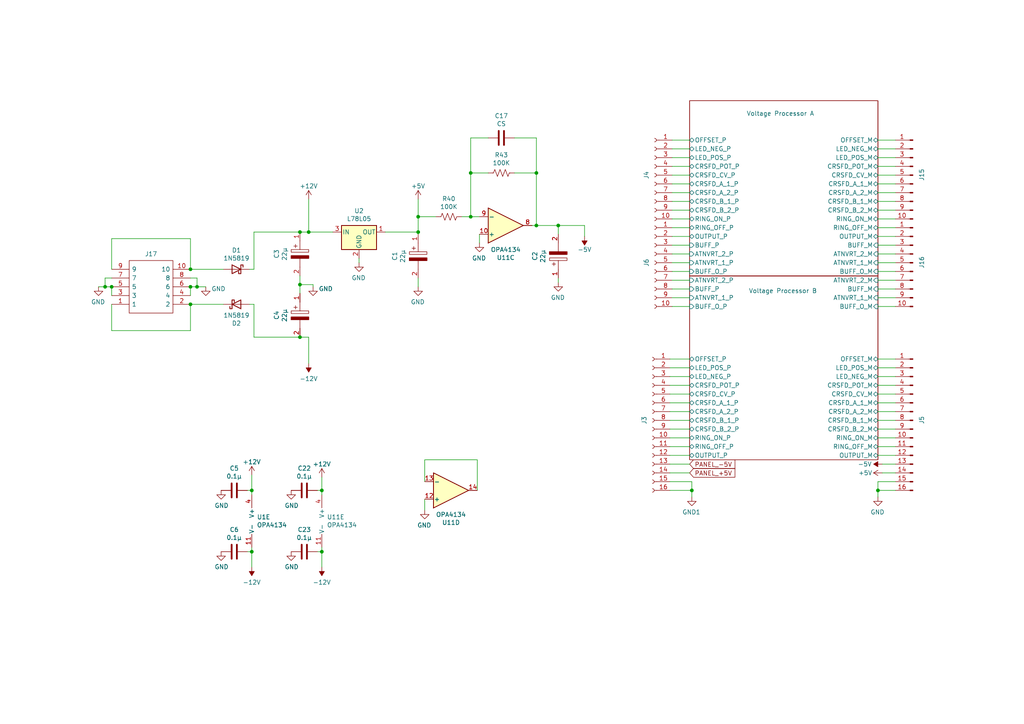
<source format=kicad_sch>
(kicad_sch (version 20210406) (generator eeschema)
  (paper "A4")
  (title_block (title "Voltage Processor") (date "2021-05-28") (rev "6") (company "Triglav Modular") (comment 1 "Power and Interconnect"))
  (lib_symbols
    (symbol "30310-6002HB:30310-6002HB" (pin_names (offset 0.762))
      (property "Reference" "J" (at 19.05 7.62 0))
      (property "Value" "30310-6002HB" (at 19.05 5.08 0))
      (symbol "30310-6002HB_0_0"
        (pin passive line (at 0 0 0) (length 5.08) (name "1") (number "1"))
        (pin passive line (at 22.86 -10.16 180) (length 5.08) (name "10") (number "10"))
        (pin passive line (at 22.86 0 180) (length 5.08) (name "2") (number "2"))
        (pin passive line (at 0 -2.54 0) (length 5.08) (name "3") (number "3"))
        (pin passive line (at 22.86 -2.54 180) (length 5.08) (name "4") (number "4"))
        (pin passive line (at 0 -5.08 0) (length 5.08) (name "5") (number "5"))
        (pin passive line (at 22.86 -5.08 180) (length 5.08) (name "6") (number "6"))
        (pin passive line (at 0 -7.62 0) (length 5.08) (name "7") (number "7"))
        (pin passive line (at 22.86 -7.62 180) (length 5.08) (name "8") (number "8"))
        (pin passive line (at 0 -10.16 0) (length 5.08) (name "9") (number "9"))
      )
      (symbol "30310-6002HB_0_1"
        (polyline (pts (xy 5.08 2.54) (xy 17.78 2.54) (xy 17.78 -12.7) (xy 5.08 -12.7) (xy 5.08 2.54)) (stroke (width 0.1524)))
      )
    )
    (symbol "Connector:Conn_01x10_Female" (pin_names (offset 1.016) hide)
      (property "Reference" "J" (at 0 12.7 0))
      (property "Value" "Conn_01x10_Female" (at 0 -15.24 0))
      (symbol "Conn_01x10_Female_1_1"
        (arc (start 0 -12.192) (end 0 -13.208) (radius (at 0 -12.7) (length 0.508) (angles 90.1 -90.1)) (stroke (width 0.1524)))
        (arc (start 0 -9.652) (end 0 -10.668) (radius (at 0 -10.16) (length 0.508) (angles 90.1 -90.1)) (stroke (width 0.1524)))
        (arc (start 0 -7.112) (end 0 -8.128) (radius (at 0 -7.62) (length 0.508) (angles 90.1 -90.1)) (stroke (width 0.1524)))
        (arc (start 0 -4.572) (end 0 -5.588) (radius (at 0 -5.08) (length 0.508) (angles 90.1 -90.1)) (stroke (width 0.1524)))
        (arc (start 0 -2.032) (end 0 -3.048) (radius (at 0 -2.54) (length 0.508) (angles 90.1 -90.1)) (stroke (width 0.1524)))
        (arc (start 0 0.508) (end 0 -0.508) (radius (at 0 0) (length 0.508) (angles 90.1 -90.1)) (stroke (width 0.1524)))
        (arc (start 0 3.048) (end 0 2.032) (radius (at 0 2.54) (length 0.508) (angles 90.1 -90.1)) (stroke (width 0.1524)))
        (arc (start 0 5.588) (end 0 4.572) (radius (at 0 5.08) (length 0.508) (angles 90.1 -90.1)) (stroke (width 0.1524)))
        (arc (start 0 8.128) (end 0 7.112) (radius (at 0 7.62) (length 0.508) (angles 90.1 -90.1)) (stroke (width 0.1524)))
        (arc (start 0 10.668) (end 0 9.652) (radius (at 0 10.16) (length 0.508) (angles 90.1 -90.1)) (stroke (width 0.1524)))
        (polyline (pts (xy -1.27 -12.7) (xy -0.508 -12.7)) (stroke (width 0.1524)))
        (polyline (pts (xy -1.27 -10.16) (xy -0.508 -10.16)) (stroke (width 0.1524)))
        (polyline (pts (xy -1.27 -7.62) (xy -0.508 -7.62)) (stroke (width 0.1524)))
        (polyline (pts (xy -1.27 -5.08) (xy -0.508 -5.08)) (stroke (width 0.1524)))
        (polyline (pts (xy -1.27 -2.54) (xy -0.508 -2.54)) (stroke (width 0.1524)))
        (polyline (pts (xy -1.27 0) (xy -0.508 0)) (stroke (width 0.1524)))
        (polyline (pts (xy -1.27 2.54) (xy -0.508 2.54)) (stroke (width 0.1524)))
        (polyline (pts (xy -1.27 5.08) (xy -0.508 5.08)) (stroke (width 0.1524)))
        (polyline (pts (xy -1.27 7.62) (xy -0.508 7.62)) (stroke (width 0.1524)))
        (polyline (pts (xy -1.27 10.16) (xy -0.508 10.16)) (stroke (width 0.1524)))
        (pin passive line (at -5.08 10.16 0) (length 3.81) (name "Pin_1") (number "1"))
        (pin passive line (at -5.08 -12.7 0) (length 3.81) (name "Pin_10") (number "10"))
        (pin passive line (at -5.08 7.62 0) (length 3.81) (name "Pin_2") (number "2"))
        (pin passive line (at -5.08 5.08 0) (length 3.81) (name "Pin_3") (number "3"))
        (pin passive line (at -5.08 2.54 0) (length 3.81) (name "Pin_4") (number "4"))
        (pin passive line (at -5.08 0 0) (length 3.81) (name "Pin_5") (number "5"))
        (pin passive line (at -5.08 -2.54 0) (length 3.81) (name "Pin_6") (number "6"))
        (pin passive line (at -5.08 -5.08 0) (length 3.81) (name "Pin_7") (number "7"))
        (pin passive line (at -5.08 -7.62 0) (length 3.81) (name "Pin_8") (number "8"))
        (pin passive line (at -5.08 -10.16 0) (length 3.81) (name "Pin_9") (number "9"))
      )
    )
    (symbol "Connector:Conn_01x10_Male" (pin_names (offset 1.016) hide)
      (property "Reference" "J" (at 0 12.7 0))
      (property "Value" "Conn_01x10_Male" (at 0 -15.24 0))
      (symbol "Conn_01x10_Male_1_1"
        (rectangle (start 0.8636 -12.573) (end 0 -12.827) (stroke (width 0.1524)) (fill (type outline)))
        (rectangle (start 0.8636 -10.033) (end 0 -10.287) (stroke (width 0.1524)) (fill (type outline)))
        (rectangle (start 0.8636 -7.493) (end 0 -7.747) (stroke (width 0.1524)) (fill (type outline)))
        (rectangle (start 0.8636 -4.953) (end 0 -5.207) (stroke (width 0.1524)) (fill (type outline)))
        (rectangle (start 0.8636 -2.413) (end 0 -2.667) (stroke (width 0.1524)) (fill (type outline)))
        (rectangle (start 0.8636 0.127) (end 0 -0.127) (stroke (width 0.1524)) (fill (type outline)))
        (rectangle (start 0.8636 2.667) (end 0 2.413) (stroke (width 0.1524)) (fill (type outline)))
        (rectangle (start 0.8636 5.207) (end 0 4.953) (stroke (width 0.1524)) (fill (type outline)))
        (rectangle (start 0.8636 7.747) (end 0 7.493) (stroke (width 0.1524)) (fill (type outline)))
        (rectangle (start 0.8636 10.287) (end 0 10.033) (stroke (width 0.1524)) (fill (type outline)))
        (polyline (pts (xy 1.27 -12.7) (xy 0.8636 -12.7)) (stroke (width 0.1524)))
        (polyline (pts (xy 1.27 -10.16) (xy 0.8636 -10.16)) (stroke (width 0.1524)))
        (polyline (pts (xy 1.27 -7.62) (xy 0.8636 -7.62)) (stroke (width 0.1524)))
        (polyline (pts (xy 1.27 -5.08) (xy 0.8636 -5.08)) (stroke (width 0.1524)))
        (polyline (pts (xy 1.27 -2.54) (xy 0.8636 -2.54)) (stroke (width 0.1524)))
        (polyline (pts (xy 1.27 0) (xy 0.8636 0)) (stroke (width 0.1524)))
        (polyline (pts (xy 1.27 2.54) (xy 0.8636 2.54)) (stroke (width 0.1524)))
        (polyline (pts (xy 1.27 5.08) (xy 0.8636 5.08)) (stroke (width 0.1524)))
        (polyline (pts (xy 1.27 7.62) (xy 0.8636 7.62)) (stroke (width 0.1524)))
        (polyline (pts (xy 1.27 10.16) (xy 0.8636 10.16)) (stroke (width 0.1524)))
        (pin passive line (at 5.08 10.16 180) (length 3.81) (name "Pin_1") (number "1"))
        (pin passive line (at 5.08 -12.7 180) (length 3.81) (name "Pin_10") (number "10"))
        (pin passive line (at 5.08 7.62 180) (length 3.81) (name "Pin_2") (number "2"))
        (pin passive line (at 5.08 5.08 180) (length 3.81) (name "Pin_3") (number "3"))
        (pin passive line (at 5.08 2.54 180) (length 3.81) (name "Pin_4") (number "4"))
        (pin passive line (at 5.08 0 180) (length 3.81) (name "Pin_5") (number "5"))
        (pin passive line (at 5.08 -2.54 180) (length 3.81) (name "Pin_6") (number "6"))
        (pin passive line (at 5.08 -5.08 180) (length 3.81) (name "Pin_7") (number "7"))
        (pin passive line (at 5.08 -7.62 180) (length 3.81) (name "Pin_8") (number "8"))
        (pin passive line (at 5.08 -10.16 180) (length 3.81) (name "Pin_9") (number "9"))
      )
    )
    (symbol "Connector:Conn_01x16_Female" (pin_names (offset 1.016) hide)
      (property "Reference" "J" (at 0 20.32 0))
      (property "Value" "Conn_01x16_Female" (at 0 -22.86 0))
      (symbol "Conn_01x16_Female_1_1"
        (arc (start 0 -19.812) (end 0 -20.828) (radius (at 0 -20.32) (length 0.508) (angles 90.1 -90.1)) (stroke (width 0.1524)))
        (arc (start 0 -17.272) (end 0 -18.288) (radius (at 0 -17.78) (length 0.508) (angles 90.1 -90.1)) (stroke (width 0.1524)))
        (arc (start 0 -14.732) (end 0 -15.748) (radius (at 0 -15.24) (length 0.508) (angles 90.1 -90.1)) (stroke (width 0.1524)))
        (arc (start 0 -12.192) (end 0 -13.208) (radius (at 0 -12.7) (length 0.508) (angles 90.1 -90.1)) (stroke (width 0.1524)))
        (arc (start 0 -9.652) (end 0 -10.668) (radius (at 0 -10.16) (length 0.508) (angles 90.1 -90.1)) (stroke (width 0.1524)))
        (arc (start 0 -7.112) (end 0 -8.128) (radius (at 0 -7.62) (length 0.508) (angles 90.1 -90.1)) (stroke (width 0.1524)))
        (arc (start 0 -4.572) (end 0 -5.588) (radius (at 0 -5.08) (length 0.508) (angles 90.1 -90.1)) (stroke (width 0.1524)))
        (arc (start 0 -2.032) (end 0 -3.048) (radius (at 0 -2.54) (length 0.508) (angles 90.1 -90.1)) (stroke (width 0.1524)))
        (arc (start 0 0.508) (end 0 -0.508) (radius (at 0 0) (length 0.508) (angles 90.1 -90.1)) (stroke (width 0.1524)))
        (arc (start 0 3.048) (end 0 2.032) (radius (at 0 2.54) (length 0.508) (angles 90.1 -90.1)) (stroke (width 0.1524)))
        (arc (start 0 5.588) (end 0 4.572) (radius (at 0 5.08) (length 0.508) (angles 90.1 -90.1)) (stroke (width 0.1524)))
        (arc (start 0 8.128) (end 0 7.112) (radius (at 0 7.62) (length 0.508) (angles 90.1 -90.1)) (stroke (width 0.1524)))
        (arc (start 0 10.668) (end 0 9.652) (radius (at 0 10.16) (length 0.508) (angles 90.1 -90.1)) (stroke (width 0.1524)))
        (arc (start 0 13.208) (end 0 12.192) (radius (at 0 12.7) (length 0.508) (angles 90.1 -90.1)) (stroke (width 0.1524)))
        (arc (start 0 15.748) (end 0 14.732) (radius (at 0 15.24) (length 0.508) (angles 90.1 -90.1)) (stroke (width 0.1524)))
        (arc (start 0 18.288) (end 0 17.272) (radius (at 0 17.78) (length 0.508) (angles 90.1 -90.1)) (stroke (width 0.1524)))
        (polyline (pts (xy -1.27 -20.32) (xy -0.508 -20.32)) (stroke (width 0.1524)))
        (polyline (pts (xy -1.27 -17.78) (xy -0.508 -17.78)) (stroke (width 0.1524)))
        (polyline (pts (xy -1.27 -15.24) (xy -0.508 -15.24)) (stroke (width 0.1524)))
        (polyline (pts (xy -1.27 -12.7) (xy -0.508 -12.7)) (stroke (width 0.1524)))
        (polyline (pts (xy -1.27 -10.16) (xy -0.508 -10.16)) (stroke (width 0.1524)))
        (polyline (pts (xy -1.27 -7.62) (xy -0.508 -7.62)) (stroke (width 0.1524)))
        (polyline (pts (xy -1.27 -5.08) (xy -0.508 -5.08)) (stroke (width 0.1524)))
        (polyline (pts (xy -1.27 -2.54) (xy -0.508 -2.54)) (stroke (width 0.1524)))
        (polyline (pts (xy -1.27 0) (xy -0.508 0)) (stroke (width 0.1524)))
        (polyline (pts (xy -1.27 2.54) (xy -0.508 2.54)) (stroke (width 0.1524)))
        (polyline (pts (xy -1.27 5.08) (xy -0.508 5.08)) (stroke (width 0.1524)))
        (polyline (pts (xy -1.27 7.62) (xy -0.508 7.62)) (stroke (width 0.1524)))
        (polyline (pts (xy -1.27 10.16) (xy -0.508 10.16)) (stroke (width 0.1524)))
        (polyline (pts (xy -1.27 12.7) (xy -0.508 12.7)) (stroke (width 0.1524)))
        (polyline (pts (xy -1.27 15.24) (xy -0.508 15.24)) (stroke (width 0.1524)))
        (polyline (pts (xy -1.27 17.78) (xy -0.508 17.78)) (stroke (width 0.1524)))
        (pin passive line (at -5.08 17.78 0) (length 3.81) (name "Pin_1") (number "1"))
        (pin passive line (at -5.08 -5.08 0) (length 3.81) (name "Pin_10") (number "10"))
        (pin passive line (at -5.08 -7.62 0) (length 3.81) (name "Pin_11") (number "11"))
        (pin passive line (at -5.08 -10.16 0) (length 3.81) (name "Pin_12") (number "12"))
        (pin passive line (at -5.08 -12.7 0) (length 3.81) (name "Pin_13") (number "13"))
        (pin passive line (at -5.08 -15.24 0) (length 3.81) (name "Pin_14") (number "14"))
        (pin passive line (at -5.08 -17.78 0) (length 3.81) (name "Pin_15") (number "15"))
        (pin passive line (at -5.08 -20.32 0) (length 3.81) (name "Pin_16") (number "16"))
        (pin passive line (at -5.08 15.24 0) (length 3.81) (name "Pin_2") (number "2"))
        (pin passive line (at -5.08 12.7 0) (length 3.81) (name "Pin_3") (number "3"))
        (pin passive line (at -5.08 10.16 0) (length 3.81) (name "Pin_4") (number "4"))
        (pin passive line (at -5.08 7.62 0) (length 3.81) (name "Pin_5") (number "5"))
        (pin passive line (at -5.08 5.08 0) (length 3.81) (name "Pin_6") (number "6"))
        (pin passive line (at -5.08 2.54 0) (length 3.81) (name "Pin_7") (number "7"))
        (pin passive line (at -5.08 0 0) (length 3.81) (name "Pin_8") (number "8"))
        (pin passive line (at -5.08 -2.54 0) (length 3.81) (name "Pin_9") (number "9"))
      )
    )
    (symbol "Connector:Conn_01x16_Male" (pin_names (offset 1.016) hide)
      (property "Reference" "J" (at 0 20.32 0))
      (property "Value" "Conn_01x16_Male" (at 0 -22.86 0))
      (symbol "Conn_01x16_Male_1_1"
        (rectangle (start 0.8636 -20.193) (end 0 -20.447) (stroke (width 0.1524)) (fill (type outline)))
        (rectangle (start 0.8636 -17.653) (end 0 -17.907) (stroke (width 0.1524)) (fill (type outline)))
        (rectangle (start 0.8636 -15.113) (end 0 -15.367) (stroke (width 0.1524)) (fill (type outline)))
        (rectangle (start 0.8636 -12.573) (end 0 -12.827) (stroke (width 0.1524)) (fill (type outline)))
        (rectangle (start 0.8636 -10.033) (end 0 -10.287) (stroke (width 0.1524)) (fill (type outline)))
        (rectangle (start 0.8636 -7.493) (end 0 -7.747) (stroke (width 0.1524)) (fill (type outline)))
        (rectangle (start 0.8636 -4.953) (end 0 -5.207) (stroke (width 0.1524)) (fill (type outline)))
        (rectangle (start 0.8636 -2.413) (end 0 -2.667) (stroke (width 0.1524)) (fill (type outline)))
        (rectangle (start 0.8636 0.127) (end 0 -0.127) (stroke (width 0.1524)) (fill (type outline)))
        (rectangle (start 0.8636 2.667) (end 0 2.413) (stroke (width 0.1524)) (fill (type outline)))
        (rectangle (start 0.8636 5.207) (end 0 4.953) (stroke (width 0.1524)) (fill (type outline)))
        (rectangle (start 0.8636 7.747) (end 0 7.493) (stroke (width 0.1524)) (fill (type outline)))
        (rectangle (start 0.8636 10.287) (end 0 10.033) (stroke (width 0.1524)) (fill (type outline)))
        (rectangle (start 0.8636 12.827) (end 0 12.573) (stroke (width 0.1524)) (fill (type outline)))
        (rectangle (start 0.8636 15.367) (end 0 15.113) (stroke (width 0.1524)) (fill (type outline)))
        (rectangle (start 0.8636 17.907) (end 0 17.653) (stroke (width 0.1524)) (fill (type outline)))
        (polyline (pts (xy 1.27 -20.32) (xy 0.8636 -20.32)) (stroke (width 0.1524)))
        (polyline (pts (xy 1.27 -17.78) (xy 0.8636 -17.78)) (stroke (width 0.1524)))
        (polyline (pts (xy 1.27 -15.24) (xy 0.8636 -15.24)) (stroke (width 0.1524)))
        (polyline (pts (xy 1.27 -12.7) (xy 0.8636 -12.7)) (stroke (width 0.1524)))
        (polyline (pts (xy 1.27 -10.16) (xy 0.8636 -10.16)) (stroke (width 0.1524)))
        (polyline (pts (xy 1.27 -7.62) (xy 0.8636 -7.62)) (stroke (width 0.1524)))
        (polyline (pts (xy 1.27 -5.08) (xy 0.8636 -5.08)) (stroke (width 0.1524)))
        (polyline (pts (xy 1.27 -2.54) (xy 0.8636 -2.54)) (stroke (width 0.1524)))
        (polyline (pts (xy 1.27 0) (xy 0.8636 0)) (stroke (width 0.1524)))
        (polyline (pts (xy 1.27 2.54) (xy 0.8636 2.54)) (stroke (width 0.1524)))
        (polyline (pts (xy 1.27 5.08) (xy 0.8636 5.08)) (stroke (width 0.1524)))
        (polyline (pts (xy 1.27 7.62) (xy 0.8636 7.62)) (stroke (width 0.1524)))
        (polyline (pts (xy 1.27 10.16) (xy 0.8636 10.16)) (stroke (width 0.1524)))
        (polyline (pts (xy 1.27 12.7) (xy 0.8636 12.7)) (stroke (width 0.1524)))
        (polyline (pts (xy 1.27 15.24) (xy 0.8636 15.24)) (stroke (width 0.1524)))
        (polyline (pts (xy 1.27 17.78) (xy 0.8636 17.78)) (stroke (width 0.1524)))
        (pin passive line (at 5.08 17.78 180) (length 3.81) (name "Pin_1") (number "1"))
        (pin passive line (at 5.08 -5.08 180) (length 3.81) (name "Pin_10") (number "10"))
        (pin passive line (at 5.08 -7.62 180) (length 3.81) (name "Pin_11") (number "11"))
        (pin passive line (at 5.08 -10.16 180) (length 3.81) (name "Pin_12") (number "12"))
        (pin passive line (at 5.08 -12.7 180) (length 3.81) (name "Pin_13") (number "13"))
        (pin passive line (at 5.08 -15.24 180) (length 3.81) (name "Pin_14") (number "14"))
        (pin passive line (at 5.08 -17.78 180) (length 3.81) (name "Pin_15") (number "15"))
        (pin passive line (at 5.08 -20.32 180) (length 3.81) (name "Pin_16") (number "16"))
        (pin passive line (at 5.08 15.24 180) (length 3.81) (name "Pin_2") (number "2"))
        (pin passive line (at 5.08 12.7 180) (length 3.81) (name "Pin_3") (number "3"))
        (pin passive line (at 5.08 10.16 180) (length 3.81) (name "Pin_4") (number "4"))
        (pin passive line (at 5.08 7.62 180) (length 3.81) (name "Pin_5") (number "5"))
        (pin passive line (at 5.08 5.08 180) (length 3.81) (name "Pin_6") (number "6"))
        (pin passive line (at 5.08 2.54 180) (length 3.81) (name "Pin_7") (number "7"))
        (pin passive line (at 5.08 0 180) (length 3.81) (name "Pin_8") (number "8"))
        (pin passive line (at 5.08 -2.54 180) (length 3.81) (name "Pin_9") (number "9"))
      )
    )
    (symbol "power:+12V" (power) (pin_names (offset 0))
      (property "Value" "+12V" (at 0 3.556 0))
      (symbol "+12V_0_1"
        (polyline (pts (xy -0.762 1.27) (xy 0 2.54)))
        (polyline (pts (xy 0 0) (xy 0 2.54)))
        (polyline (pts (xy 0 2.54) (xy 0.762 1.27)))
      )
      (symbol "+12V_1_1"
        (pin power_in line (at 0 0 90) (length 0) hide (name "+12V") (number "1"))
      )
    )
    (symbol "power:+5V" (power) (pin_names (offset 0))
      (property "Value" "+5V" (at 0 3.556 0))
      (symbol "+5V_0_1"
        (polyline (pts (xy -0.762 1.27) (xy 0 2.54)))
        (polyline (pts (xy 0 0) (xy 0 2.54)))
        (polyline (pts (xy 0 2.54) (xy 0.762 1.27)))
      )
      (symbol "+5V_1_1"
        (pin power_in line (at 0 0 90) (length 0) hide (name "+5V") (number "1"))
      )
    )
    (symbol "power:-12V" (power) (pin_names (offset 0))
      (property "Value" "-12V" (at 0 3.81 0))
      (symbol "-12V_0_0"
        (pin power_in line (at 0 0 90) (length 0) hide (name "-12V") (number "1"))
      )
      (symbol "-12V_0_1"
        (polyline (pts (xy 0 0) (xy 0 1.27) (xy 0.762 1.27) (xy 0 2.54) (xy -0.762 1.27) (xy 0 1.27)) (fill (type outline)))
      )
    )
    (symbol "power:-5V" (power) (pin_names (offset 0))
      (property "Value" "-5V" (at 0 3.81 0))
      (symbol "-5V_0_0"
        (pin power_in line (at 0 0 90) (length 0) hide (name "-5V") (number "1"))
      )
      (symbol "-5V_0_1"
        (polyline (pts (xy 0 0) (xy 0 1.27) (xy 0.762 1.27) (xy 0 2.54) (xy -0.762 1.27) (xy 0 1.27)) (fill (type outline)))
      )
    )
    (symbol "voltage_processor-rescue:1N5819-Diode" (pin_numbers hide) (pin_names (offset 1.016) hide)
      (property "Reference" "D" (at 0 2.54 0))
      (property "Value" "1N5819-Diode" (at 0 -2.54 0))
      (symbol "1N5819-Diode_0_1"
        (polyline (pts (xy 1.27 0) (xy -1.27 0)))
        (polyline (pts (xy 1.27 1.27) (xy 1.27 -1.27) (xy -1.27 0) (xy 1.27 1.27)) (stroke (width 0.254)))
        (polyline (pts (xy -1.905 0.635) (xy -1.905 1.27) (xy -1.27 1.27) (xy -1.27 -1.27) (xy -0.635 -1.27) (xy -0.635 -0.635)) (stroke (width 0.254)))
      )
      (symbol "1N5819-Diode_1_1"
        (pin passive line (at -3.81 0 0) (length 2.54) (name "K") (number "1"))
        (pin passive line (at 3.81 0 180) (length 2.54) (name "A") (number "2"))
      )
    )
    (symbol "voltage_processor-rescue:C-Device" (pin_numbers hide) (pin_names (offset 0.254))
      (property "Reference" "C" (at 0.635 2.54 0))
      (property "Value" "C-Device" (at 0.635 -2.54 0))
      (symbol "C-Device_0_1"
        (polyline (pts (xy -2.032 -0.762) (xy 2.032 -0.762)) (stroke (width 0.508)))
        (polyline (pts (xy -2.032 0.762) (xy 2.032 0.762)) (stroke (width 0.508)))
      )
      (symbol "C-Device_1_1"
        (pin passive line (at 0 3.81 270) (length 2.794) (name "~") (number "1"))
        (pin passive line (at 0 -3.81 90) (length 2.794) (name "~") (number "2"))
      )
    )
    (symbol "voltage_processor-rescue:EEE-FN1A470UR-EEE-FN1A470UR" (pin_names (offset 0.762))
      (property "Reference" "C" (at 8.89 6.35 0))
      (property "Value" "EEE-FN1A470UR-EEE-FN1A470UR" (at 8.89 3.81 0))
      (symbol "EEE-FN1A470UR-EEE-FN1A470UR_0_0"
        (pin passive line (at 0 0 0) (length 2.54) (name "~") (number "1"))
        (pin passive line (at 12.7 0 180) (length 2.54) (name "~") (number "2"))
      )
      (symbol "EEE-FN1A470UR-EEE-FN1A470UR_0_1"
        (polyline (pts (xy 2.54 0) (xy 5.08 0)) (stroke (width 0.1524)))
        (polyline (pts (xy 4.064 1.778) (xy 4.064 0.762)) (stroke (width 0.1524)))
        (polyline (pts (xy 4.572 1.27) (xy 3.556 1.27)) (stroke (width 0.1524)))
        (polyline (pts (xy 7.62 0) (xy 10.16 0)) (stroke (width 0.1524)))
        (polyline (pts (xy 5.08 2.54) (xy 5.08 -2.54) (xy 5.842 -2.54) (xy 5.842 2.54) (xy 5.08 2.54)) (stroke (width 0.1524)))
        (polyline (pts (xy 7.62 2.54) (xy 7.62 -2.54) (xy 6.858 -2.54) (xy 6.858 2.54) (xy 7.62 2.54)) (stroke (width 0.254)) (fill (type outline)))
      )
    )
    (symbol "voltage_processor-rescue:GND-power" (power) (pin_names (offset 0))
      (property "Value" "GND-power" (at 0 -3.81 0))
      (symbol "GND-power_0_1"
        (polyline (pts (xy 0 0) (xy 0 -1.27) (xy 1.27 -1.27) (xy 0 -2.54) (xy -1.27 -1.27) (xy 0 -1.27)))
      )
      (symbol "GND-power_1_1"
        (pin power_in line (at 0 0 270) (length 0) hide (name "GND") (number "1"))
      )
    )
    (symbol "voltage_processor-rescue:GND1-power" (power) (pin_names (offset 0))
      (property "Value" "GND1-power" (at 0 -3.81 0))
      (symbol "GND1-power_0_1"
        (polyline (pts (xy 0 0) (xy 0 -1.27) (xy 1.27 -1.27) (xy 0 -2.54) (xy -1.27 -1.27) (xy 0 -1.27)))
      )
      (symbol "GND1-power_1_1"
        (pin power_in line (at 0 0 270) (length 0) hide (name "GND1") (number "1"))
      )
    )
    (symbol "voltage_processor-rescue:L78L05_SOT89-Regulator_Linear" (pin_names (offset 0.254))
      (property "Reference" "U" (at -3.81 3.175 0))
      (property "Value" "L78L05_SOT89-Regulator_Linear" (at -0.635 3.175 0))
      (symbol "L78L05_SOT89-Regulator_Linear_0_1"
        (rectangle (start -5.08 1.905) (end 5.08 -5.08) (stroke (width 0.254)) (fill (type background)))
      )
      (symbol "L78L05_SOT89-Regulator_Linear_1_1"
        (pin power_out line (at 7.62 0 180) (length 2.54) (name "OUT") (number "1"))
        (pin power_in line (at 0 -7.62 90) (length 2.54) (name "GND") (number "2"))
        (pin power_in line (at -7.62 0 0) (length 2.54) (name "IN") (number "3"))
      )
    )
    (symbol "voltage_processor-rescue:OPA4134-Amplifier_Operational" (pin_names (offset 0.127))
      (property "Reference" "U" (at 0 5.08 0))
      (property "Value" "OPA4134-Amplifier_Operational" (at 0 -5.08 0))
      (symbol "OPA4134-Amplifier_Operational_1_1"
        (polyline (pts (xy -5.08 5.08) (xy 5.08 0) (xy -5.08 -5.08) (xy -5.08 5.08)) (stroke (width 0.254)) (fill (type background)))
        (pin output line (at 7.62 0 180) (length 2.54) (name "~") (number "1"))
        (pin input line (at -7.62 -2.54 0) (length 2.54) (name "-") (number "2"))
        (pin input line (at -7.62 2.54 0) (length 2.54) (name "+") (number "3"))
      )
      (symbol "OPA4134-Amplifier_Operational_2_1"
        (polyline (pts (xy -5.08 5.08) (xy 5.08 0) (xy -5.08 -5.08) (xy -5.08 5.08)) (stroke (width 0.254)) (fill (type background)))
        (pin input line (at -7.62 2.54 0) (length 2.54) (name "+") (number "5"))
        (pin input line (at -7.62 -2.54 0) (length 2.54) (name "-") (number "6"))
        (pin output line (at 7.62 0 180) (length 2.54) (name "~") (number "7"))
      )
      (symbol "OPA4134-Amplifier_Operational_3_1"
        (polyline (pts (xy -5.08 5.08) (xy 5.08 0) (xy -5.08 -5.08) (xy -5.08 5.08)) (stroke (width 0.254)) (fill (type background)))
        (pin input line (at -7.62 2.54 0) (length 2.54) (name "+") (number "10"))
        (pin output line (at 7.62 0 180) (length 2.54) (name "~") (number "8"))
        (pin input line (at -7.62 -2.54 0) (length 2.54) (name "-") (number "9"))
      )
      (symbol "OPA4134-Amplifier_Operational_4_1"
        (polyline (pts (xy -5.08 5.08) (xy 5.08 0) (xy -5.08 -5.08) (xy -5.08 5.08)) (stroke (width 0.254)) (fill (type background)))
        (pin input line (at -7.62 2.54 0) (length 2.54) (name "+") (number "12"))
        (pin input line (at -7.62 -2.54 0) (length 2.54) (name "-") (number "13"))
        (pin output line (at 7.62 0 180) (length 2.54) (name "~") (number "14"))
      )
      (symbol "OPA4134-Amplifier_Operational_5_1"
        (pin power_in line (at -2.54 -7.62 90) (length 3.81) (name "V-") (number "11"))
        (pin power_in line (at -2.54 7.62 270) (length 3.81) (name "V+") (number "4"))
      )
    )
    (symbol "voltage_processor-rescue:R_US-Device" (pin_numbers hide) (pin_names (offset 0))
      (property "Reference" "R" (at 2.54 0 90))
      (property "Value" "R_US-Device" (at -2.54 0 90))
      (symbol "R_US-Device_0_1"
        (polyline (pts (xy 0 -2.286) (xy 0 -2.54)))
        (polyline (pts (xy 0 2.286) (xy 0 2.54)))
        (polyline (pts (xy 0 -0.762) (xy 1.016 -1.143) (xy 0 -1.524) (xy -1.016 -1.905) (xy 0 -2.286)))
        (polyline (pts (xy 0 0.762) (xy 1.016 0.381) (xy 0 0) (xy -1.016 -0.381) (xy 0 -0.762)))
        (polyline (pts (xy 0 2.286) (xy 1.016 1.905) (xy 0 1.524) (xy -1.016 1.143) (xy 0 0.762)))
      )
      (symbol "R_US-Device_1_1"
        (pin passive line (at 0 3.81 270) (length 1.27) (name "~") (number "1"))
        (pin passive line (at 0 -3.81 90) (length 1.27) (name "~") (number "2"))
      )
    )
  )
  (junction (at 30.48 83.185) (diameter 0.9144))
  (junction (at 32.385 83.185) (diameter 0.9144))
  (junction (at 55.245 78.105) (diameter 0.9144))
  (junction (at 55.245 83.185) (diameter 0.9144))
  (junction (at 55.245 88.265) (diameter 0.9144))
  (junction (at 57.15 83.185) (diameter 0.9144))
  (junction (at 73.025 142.24) (diameter 0.9144))
  (junction (at 73.025 160.02) (diameter 0.9144))
  (junction (at 86.995 67.31) (diameter 0.9144))
  (junction (at 86.995 82.55) (diameter 0.9144))
  (junction (at 86.995 97.79) (diameter 0.9144))
  (junction (at 89.535 67.31) (diameter 0.9144))
  (junction (at 93.345 142.24) (diameter 0.9144))
  (junction (at 93.345 160.02) (diameter 0.9144))
  (junction (at 121.285 62.865) (diameter 0.9144))
  (junction (at 121.285 67.31) (diameter 0.9144))
  (junction (at 136.525 50.165) (diameter 0.9144))
  (junction (at 136.525 62.865) (diameter 0.9144))
  (junction (at 155.575 50.165) (diameter 0.9144))
  (junction (at 155.575 65.405) (diameter 0.9144))
  (junction (at 161.925 65.405) (diameter 0.9144))
  (junction (at 200.66 142.24) (diameter 0.9144))
  (junction (at 254.635 142.24) (diameter 0.9144))
  (wire (pts (xy 30.48 80.645) (xy 30.48 83.185)))
  (wire (pts (xy 30.48 80.645) (xy 32.385 80.645)))
  (wire (pts (xy 30.48 83.185) (xy 28.575 83.185)))
  (wire (pts (xy 30.48 83.185) (xy 32.385 83.185)))
  (wire (pts (xy 32.385 69.215) (xy 55.245 69.215)))
  (wire (pts (xy 32.385 78.105) (xy 32.385 69.215)))
  (wire (pts (xy 32.385 83.185) (xy 32.385 85.725)))
  (wire (pts (xy 32.385 88.265) (xy 32.385 95.885)))
  (wire (pts (xy 32.385 95.885) (xy 55.245 95.885)))
  (wire (pts (xy 55.245 69.215) (xy 55.245 78.105)))
  (wire (pts (xy 55.245 78.105) (xy 64.77 78.105)))
  (wire (pts (xy 55.245 80.645) (xy 57.15 80.645)))
  (wire (pts (xy 55.245 83.185) (xy 55.245 85.725)))
  (wire (pts (xy 55.245 83.185) (xy 57.15 83.185)))
  (wire (pts (xy 55.245 88.265) (xy 55.245 95.885)))
  (wire (pts (xy 55.245 88.265) (xy 64.77 88.265)))
  (wire (pts (xy 57.15 80.645) (xy 57.15 83.185)))
  (wire (pts (xy 57.15 83.185) (xy 59.69 83.185)))
  (wire (pts (xy 71.755 142.24) (xy 73.025 142.24)))
  (wire (pts (xy 71.755 160.02) (xy 73.025 160.02)))
  (wire (pts (xy 72.39 88.265) (xy 73.66 88.265)))
  (wire (pts (xy 73.025 137.795) (xy 73.025 142.24)))
  (wire (pts (xy 73.025 142.24) (xy 73.025 143.51)))
  (wire (pts (xy 73.025 158.75) (xy 73.025 160.02)))
  (wire (pts (xy 73.025 160.02) (xy 73.025 164.465)))
  (wire (pts (xy 73.66 67.31) (xy 86.995 67.31)))
  (wire (pts (xy 73.66 78.105) (xy 72.39 78.105)))
  (wire (pts (xy 73.66 78.105) (xy 73.66 67.31)))
  (wire (pts (xy 73.66 88.265) (xy 73.66 97.79)))
  (wire (pts (xy 86.995 67.31) (xy 89.535 67.31)))
  (wire (pts (xy 86.995 80.01) (xy 86.995 82.55)))
  (wire (pts (xy 86.995 82.55) (xy 86.995 85.09)))
  (wire (pts (xy 86.995 82.55) (xy 90.805 82.55)))
  (wire (pts (xy 86.995 97.79) (xy 73.66 97.79)))
  (wire (pts (xy 89.535 57.785) (xy 89.535 67.31)))
  (wire (pts (xy 89.535 67.31) (xy 96.52 67.31)))
  (wire (pts (xy 89.535 97.79) (xy 86.995 97.79)))
  (wire (pts (xy 89.535 97.79) (xy 89.535 105.41)))
  (wire (pts (xy 90.805 83.185) (xy 90.805 82.55)))
  (wire (pts (xy 92.075 142.24) (xy 93.345 142.24)))
  (wire (pts (xy 92.075 160.02) (xy 93.345 160.02)))
  (wire (pts (xy 93.345 138.43) (xy 93.345 142.24)))
  (wire (pts (xy 93.345 142.24) (xy 93.345 143.51)))
  (wire (pts (xy 93.345 158.75) (xy 93.345 160.02)))
  (wire (pts (xy 93.345 160.02) (xy 93.345 164.465)))
  (wire (pts (xy 104.14 74.93) (xy 104.14 76.2)))
  (wire (pts (xy 111.76 67.31) (xy 121.285 67.31)))
  (wire (pts (xy 121.285 57.785) (xy 121.285 62.865)))
  (wire (pts (xy 121.285 62.865) (xy 121.285 67.31)))
  (wire (pts (xy 121.285 62.865) (xy 126.365 62.865)))
  (wire (pts (xy 121.285 67.31) (xy 121.285 67.945)))
  (wire (pts (xy 121.285 80.645) (xy 121.285 83.185)))
  (wire (pts (xy 123.19 133.35) (xy 138.43 133.35)))
  (wire (pts (xy 123.19 139.7) (xy 123.19 133.35)))
  (wire (pts (xy 123.19 147.955) (xy 123.19 144.78)))
  (wire (pts (xy 133.985 62.865) (xy 136.525 62.865)))
  (wire (pts (xy 136.525 40.005) (xy 136.525 50.165)))
  (wire (pts (xy 136.525 50.165) (xy 136.525 62.865)))
  (wire (pts (xy 136.525 50.165) (xy 141.605 50.165)))
  (wire (pts (xy 138.43 133.35) (xy 138.43 142.24)))
  (wire (pts (xy 139.065 62.865) (xy 136.525 62.865)))
  (wire (pts (xy 139.065 70.485) (xy 139.065 67.945)))
  (wire (pts (xy 141.605 40.005) (xy 136.525 40.005)))
  (wire (pts (xy 149.225 50.165) (xy 155.575 50.165)))
  (wire (pts (xy 154.305 65.405) (xy 155.575 65.405)))
  (wire (pts (xy 155.575 40.005) (xy 149.225 40.005)))
  (wire (pts (xy 155.575 50.165) (xy 155.575 40.005)))
  (wire (pts (xy 155.575 50.165) (xy 155.575 65.405)))
  (wire (pts (xy 155.575 65.405) (xy 161.925 65.405)))
  (wire (pts (xy 161.925 65.405) (xy 161.925 67.945)))
  (wire (pts (xy 161.925 65.405) (xy 169.545 65.405)))
  (wire (pts (xy 161.925 80.645) (xy 161.925 81.915)))
  (wire (pts (xy 169.545 68.58) (xy 169.545 65.405)))
  (wire (pts (xy 194.31 104.14) (xy 200.025 104.14)))
  (wire (pts (xy 194.31 109.22) (xy 200.025 109.22)))
  (wire (pts (xy 194.31 114.3) (xy 200.025 114.3)))
  (wire (pts (xy 194.31 116.84) (xy 200.025 116.84)))
  (wire (pts (xy 194.31 119.38) (xy 200.025 119.38)))
  (wire (pts (xy 194.31 121.92) (xy 200.025 121.92)))
  (wire (pts (xy 194.31 124.46) (xy 200.025 124.46)))
  (wire (pts (xy 194.31 127) (xy 200.025 127)))
  (wire (pts (xy 194.31 129.54) (xy 200.025 129.54)))
  (wire (pts (xy 194.31 132.08) (xy 200.025 132.08)))
  (wire (pts (xy 194.31 137.16) (xy 200.025 137.16)))
  (wire (pts (xy 194.31 139.7) (xy 200.66 139.7)))
  (wire (pts (xy 194.945 40.64) (xy 200.025 40.64)))
  (wire (pts (xy 194.945 45.72) (xy 200.025 45.72)))
  (wire (pts (xy 194.945 50.8) (xy 200.025 50.8)))
  (wire (pts (xy 194.945 55.88) (xy 200.025 55.88)))
  (wire (pts (xy 194.945 60.96) (xy 200.025 60.96)))
  (wire (pts (xy 194.945 66.04) (xy 200.025 66.04)))
  (wire (pts (xy 194.945 71.12) (xy 200.025 71.12)))
  (wire (pts (xy 194.945 76.2) (xy 200.025 76.2)))
  (wire (pts (xy 194.945 78.74) (xy 200.025 78.74)))
  (wire (pts (xy 194.945 81.28) (xy 200.025 81.28)))
  (wire (pts (xy 194.945 83.82) (xy 200.025 83.82)))
  (wire (pts (xy 194.945 86.36) (xy 200.025 86.36)))
  (wire (pts (xy 194.945 88.9) (xy 200.025 88.9)))
  (wire (pts (xy 200.025 43.18) (xy 194.945 43.18)))
  (wire (pts (xy 200.025 48.26) (xy 194.945 48.26)))
  (wire (pts (xy 200.025 53.34) (xy 194.945 53.34)))
  (wire (pts (xy 200.025 58.42) (xy 194.945 58.42)))
  (wire (pts (xy 200.025 63.5) (xy 194.945 63.5)))
  (wire (pts (xy 200.025 68.58) (xy 194.945 68.58)))
  (wire (pts (xy 200.025 73.66) (xy 194.945 73.66)))
  (wire (pts (xy 200.025 106.68) (xy 194.31 106.68)))
  (wire (pts (xy 200.025 111.76) (xy 194.31 111.76)))
  (wire (pts (xy 200.025 134.62) (xy 194.31 134.62)))
  (wire (pts (xy 200.66 139.7) (xy 200.66 142.24)))
  (wire (pts (xy 200.66 142.24) (xy 194.31 142.24)))
  (wire (pts (xy 200.66 144.145) (xy 200.66 142.24)))
  (wire (pts (xy 254.635 43.18) (xy 259.715 43.18)))
  (wire (pts (xy 254.635 48.26) (xy 259.715 48.26)))
  (wire (pts (xy 254.635 50.8) (xy 259.715 50.8)))
  (wire (pts (xy 254.635 53.34) (xy 259.715 53.34)))
  (wire (pts (xy 254.635 58.42) (xy 259.715 58.42)))
  (wire (pts (xy 254.635 63.5) (xy 259.715 63.5)))
  (wire (pts (xy 254.635 68.58) (xy 259.715 68.58)))
  (wire (pts (xy 254.635 71.12) (xy 259.715 71.12)))
  (wire (pts (xy 254.635 73.66) (xy 259.715 73.66)))
  (wire (pts (xy 254.635 76.2) (xy 259.715 76.2)))
  (wire (pts (xy 254.635 78.74) (xy 259.715 78.74)))
  (wire (pts (xy 254.635 81.28) (xy 259.715 81.28)))
  (wire (pts (xy 254.635 83.82) (xy 259.715 83.82)))
  (wire (pts (xy 254.635 86.36) (xy 259.715 86.36)))
  (wire (pts (xy 254.635 88.9) (xy 259.715 88.9)))
  (wire (pts (xy 254.635 106.68) (xy 259.715 106.68)))
  (wire (pts (xy 254.635 111.76) (xy 259.715 111.76)))
  (wire (pts (xy 254.635 114.3) (xy 259.715 114.3)))
  (wire (pts (xy 254.635 116.84) (xy 259.715 116.84)))
  (wire (pts (xy 254.635 119.38) (xy 259.715 119.38)))
  (wire (pts (xy 254.635 121.92) (xy 259.715 121.92)))
  (wire (pts (xy 254.635 124.46) (xy 259.715 124.46)))
  (wire (pts (xy 254.635 127) (xy 259.715 127)))
  (wire (pts (xy 254.635 129.54) (xy 259.715 129.54)))
  (wire (pts (xy 254.635 132.08) (xy 259.715 132.08)))
  (wire (pts (xy 254.635 139.7) (xy 254.635 142.24)))
  (wire (pts (xy 254.635 139.7) (xy 259.715 139.7)))
  (wire (pts (xy 254.635 142.24) (xy 259.715 142.24)))
  (wire (pts (xy 254.635 144.145) (xy 254.635 142.24)))
  (wire (pts (xy 255.905 134.62) (xy 259.715 134.62)))
  (wire (pts (xy 255.905 137.16) (xy 259.715 137.16)))
  (wire (pts (xy 259.715 40.64) (xy 254.635 40.64)))
  (wire (pts (xy 259.715 45.72) (xy 254.635 45.72)))
  (wire (pts (xy 259.715 55.88) (xy 254.635 55.88)))
  (wire (pts (xy 259.715 60.96) (xy 254.635 60.96)))
  (wire (pts (xy 259.715 66.04) (xy 254.635 66.04)))
  (wire (pts (xy 259.715 104.14) (xy 254.635 104.14)))
  (wire (pts (xy 259.715 109.22) (xy 254.635 109.22)))
  (global_label "PANEL_-5V" (shape input) (at 200.025 134.62 0) (property "Intersheet References" "${INTERSHEET_REFS}" (effects hide)))
  (global_label "PANEL_+5V" (shape input) (at 200.025 137.16 0) (property "Intersheet References" "${INTERSHEET_REFS}" (effects hide)))
  (symbol (lib_id "power:+12V") (at 73.025 137.795 0) (unit 1)
    (property "Reference" "#PWR0153" (effects hide))
    (property "Value" "+12V" (at 73.025 133.985 0))
  )
  (symbol (lib_id "power:-12V") (at 73.025 164.465 180) (unit 1)
    (property "Reference" "#PWR0118" (effects hide))
    (property "Value" "-12V" (at 73.025 168.91 0))
  )
  (symbol (lib_id "power:+12V") (at 89.535 57.785 0) (unit 1)
    (property "Reference" "#PWR0123" (effects hide))
    (property "Value" "+12V" (at 89.535 53.975 0))
  )
  (symbol (lib_id "power:-12V") (at 89.535 105.41 180) (unit 1)
    (property "Reference" "#PWR0124" (effects hide))
    (property "Value" "-12V" (at 89.535 109.855 0))
  )
  (symbol (lib_id "power:+12V") (at 93.345 138.43 0) (unit 1)
    (property "Reference" "#PWR0152" (effects hide))
    (property "Value" "+12V" (at 93.345 134.62 0))
  )
  (symbol (lib_id "power:-12V") (at 93.345 164.465 180) (unit 1)
    (property "Reference" "#PWR0121" (effects hide))
    (property "Value" "-12V" (at 93.345 168.91 0))
  )
  (symbol (lib_id "power:+5V") (at 121.285 57.785 0) (unit 1)
    (property "Reference" "#PWR0122" (effects hide))
    (property "Value" "+5V" (at 121.285 53.975 0))
  )
  (symbol (lib_id "power:-5V") (at 169.545 68.58 180) (unit 1)
    (property "Reference" "#PWR0125" (effects hide))
    (property "Value" "-5V" (at 169.545 72.39 0))
  )
  (symbol (lib_id "power:-5V") (at 255.905 134.62 90) (unit 1)
    (property "Reference" "#PWR0154" (effects hide))
    (property "Value" "-5V" (at 250.825 134.62 90))
  )
  (symbol (lib_id "power:+5V") (at 255.905 137.16 90) (unit 1)
    (property "Reference" "#PWR0155" (effects hide))
    (property "Value" "+5V" (at 248.92 137.1599 90) (effects (justify right)))
  )
  (symbol (lib_id "voltage_processor-rescue:GND-power") (at 28.575 83.185 0) (mirror y) (unit 1)
    (property "Reference" "#PWR09" (effects hide))
    (property "Value" "GND" (at 28.448 87.5792 0))
  )
  (symbol (lib_id "voltage_processor-rescue:GND-power") (at 59.69 83.185 0) (mirror y) (unit 1)
    (property "Reference" "#PWR0112" (effects hide))
    (property "Value" "GND" (at 63.373 83.7692 0))
  )
  (symbol (lib_id "voltage_processor-rescue:GND-power") (at 64.135 142.24 0) (unit 1)
    (property "Reference" "#PWR018" (effects hide))
    (property "Value" "GND" (at 64.262 146.6342 0))
  )
  (symbol (lib_id "voltage_processor-rescue:GND-power") (at 64.135 160.02 0) (unit 1)
    (property "Reference" "#PWR019" (effects hide))
    (property "Value" "GND" (at 64.262 164.4142 0))
  )
  (symbol (lib_id "voltage_processor-rescue:GND-power") (at 84.455 142.24 0) (unit 1)
    (property "Reference" "#PWR0105" (effects hide))
    (property "Value" "GND" (at 84.582 146.6342 0))
  )
  (symbol (lib_id "voltage_processor-rescue:GND-power") (at 84.455 160.02 0) (unit 1)
    (property "Reference" "#PWR0106" (effects hide))
    (property "Value" "GND" (at 84.582 164.4142 0))
  )
  (symbol (lib_id "voltage_processor-rescue:GND-power") (at 90.805 83.185 0) (mirror y) (unit 1)
    (property "Reference" "#PWR0110" (effects hide))
    (property "Value" "GND" (at 94.488 83.7692 0))
  )
  (symbol (lib_id "voltage_processor-rescue:GND-power") (at 104.14 76.2 0) (mirror y) (unit 1)
    (property "Reference" "#PWR039" (effects hide))
    (property "Value" "GND" (at 104.013 80.5942 0))
  )
  (symbol (lib_id "voltage_processor-rescue:GND-power") (at 121.285 83.185 0) (mirror y) (unit 1)
    (property "Reference" "#PWR0111" (effects hide))
    (property "Value" "GND" (at 121.158 87.5792 0))
  )
  (symbol (lib_id "voltage_processor-rescue:GND-power") (at 123.19 147.955 0) (mirror y) (unit 1)
    (property "Reference" "#PWR0117" (effects hide))
    (property "Value" "GND" (at 123.063 152.3492 0))
  )
  (symbol (lib_id "voltage_processor-rescue:GND-power") (at 139.065 70.485 0) (mirror y) (unit 1)
    (property "Reference" "#PWR01" (effects hide))
    (property "Value" "GND" (at 138.938 74.8792 0))
  )
  (symbol (lib_id "voltage_processor-rescue:GND-power") (at 161.925 81.915 0) (mirror y) (unit 1)
    (property "Reference" "#PWR010" (effects hide))
    (property "Value" "GND" (at 161.798 86.3092 0))
  )
  (symbol (lib_id "voltage_processor-rescue:GND1-power") (at 200.66 144.145 0) (mirror y) (unit 1)
    (property "Reference" "#PWR014" (effects hide))
    (property "Value" "GND1" (at 200.533 148.5392 0))
  )
  (symbol (lib_id "voltage_processor-rescue:GND-power") (at 254.635 144.145 0) (mirror y) (unit 1)
    (property "Reference" "#PWR038" (effects hide))
    (property "Value" "GND" (at 254.508 148.5392 0))
  )
  (symbol (lib_id "voltage_processor-rescue:OPA4134-Amplifier_Operational") (at 75.565 151.13 0) (unit 5)
    (property "Reference" "U1" (at 74.4982 149.9616 0) (effects (justify left)))
    (property "Value" "OPA4134" (at 74.4982 152.273 0) (effects (justify left)))
    (property "Footprint" "Package_SO:SOIC-14_3.9x8.7mm_P1.27mm" (effects hide))
    (property "Datasheet" "http://www.ti.com/lit/ds/symlink/opa134.pdf" (effects hide))
  )
  (symbol (lib_id "voltage_processor-rescue:OPA4134-Amplifier_Operational") (at 95.885 151.13 0) (unit 5)
    (property "Reference" "U11" (at 94.8182 149.9616 0) (effects (justify left)))
    (property "Value" "OPA4134" (at 94.8182 152.273 0) (effects (justify left)))
    (property "Footprint" "Package_SO:SOIC-14_3.9x8.7mm_P1.27mm" (effects hide))
    (property "Datasheet" "http://www.ti.com/lit/ds/symlink/opa134.pdf" (effects hide))
  )
  (symbol (lib_id "voltage_processor-rescue:R_US-Device") (at 130.175 62.865 270) (unit 1)
    (property "Reference" "R40" (at 130.175 57.658 90))
    (property "Value" "100K" (at 130.175 59.9694 90))
    (property "Footprint" "Akiyuki:R_0805_2012Metric" (effects hide))
  )
  (symbol (lib_id "voltage_processor-rescue:R_US-Device") (at 145.415 50.165 270) (unit 1)
    (property "Reference" "R43" (at 145.415 44.958 90))
    (property "Value" "100K" (at 145.415 47.2694 90))
    (property "Footprint" "Akiyuki:R_0805_2012Metric" (effects hide))
  )
  (symbol (lib_id "voltage_processor-rescue:1N5819-Diode") (at 68.58 78.105 0) (mirror y) (unit 1)
    (property "Reference" "D1" (at 68.58 72.5932 0))
    (property "Value" "1N5819" (at 68.58 74.9046 0))
    (property "Footprint" "Diode_SMD:D_SOD-123" (effects hide))
    (property "Datasheet" "http://www.vishay.com/docs/88525/1n5817.pdf" (effects hide))
  )
  (symbol (lib_id "voltage_processor-rescue:1N5819-Diode") (at 68.58 88.265 0) (mirror x) (unit 1)
    (property "Reference" "D2" (at 68.58 93.7768 0))
    (property "Value" "1N5819" (at 68.58 91.4654 0))
    (property "Footprint" "Diode_SMD:D_SOD-123" (effects hide))
    (property "Datasheet" "http://www.vishay.com/docs/88525/1n5817.pdf" (effects hide))
  )
  (symbol (lib_id "voltage_processor-rescue:C-Device") (at 67.945 142.24 270) (unit 1)
    (property "Reference" "C5" (at 67.945 135.8392 90))
    (property "Value" "0.1µ" (at 67.945 138.1506 90))
    (property "Footprint" "Akiyuki:C_0805_2012Metric" (effects hide))
  )
  (symbol (lib_id "voltage_processor-rescue:C-Device") (at 67.945 160.02 270) (unit 1)
    (property "Reference" "C6" (at 67.945 153.6192 90))
    (property "Value" "0.1µ" (at 67.945 155.9306 90))
    (property "Footprint" "Akiyuki:C_0805_2012Metric" (effects hide))
  )
  (symbol (lib_id "voltage_processor-rescue:C-Device") (at 88.265 142.24 270) (unit 1)
    (property "Reference" "C22" (at 88.265 135.8392 90))
    (property "Value" "0.1µ" (at 88.265 138.1506 90))
    (property "Footprint" "Akiyuki:C_0805_2012Metric" (effects hide))
  )
  (symbol (lib_id "voltage_processor-rescue:C-Device") (at 88.265 160.02 270) (unit 1)
    (property "Reference" "C23" (at 88.265 153.6192 90))
    (property "Value" "0.1µ" (at 88.265 155.9306 90))
    (property "Footprint" "Akiyuki:C_0805_2012Metric" (effects hide))
  )
  (symbol (lib_id "voltage_processor-rescue:C-Device") (at 145.415 40.005 270) (unit 1)
    (property "Reference" "C17" (at 145.415 33.6042 90))
    (property "Value" "CS" (at 145.415 35.9156 90))
    (property "Footprint" "Akiyuki:C_0805_2012Metric" (effects hide))
  )
  (symbol (lib_id "voltage_processor-rescue:EEE-FN1A470UR-EEE-FN1A470UR") (at 86.995 67.31 90) (mirror x) (unit 1)
    (property "Reference" "C3" (at 80.2132 73.66 0))
    (property "Value" "22µ" (at 82.5246 73.66 0))
    (property "Footprint" "Akiyuki:CAPAE430X610N" (effects hide))
    (property "Datasheet" "https://www.arrow.com/en/products/eee-fn1a470ur/panasonic" (effects hide))
    (property "Description" "Aluminum Electrolytic Capacitors - SMD 10VDC 47uF 20% 90mA AEC-Q200" (effects hide))
    (property "Height" "6.1" (effects hide))
    (property "Manufacturer_Name" "Panasonic" (effects hide))
    (property "Manufacturer_Part_Number" "EEE-FN1A470UR" (effects hide))
    (property "Mouser Part Number" "667-EEE-FN1A470UR" (effects hide))
    (property "Mouser Price/Stock" "https://www.mouser.co.uk/ProductDetail/Panasonic/EEE-FN1A470UR?qs=OlC7AqGiEDlZjloUmme03Q%3D%3D" (effects hide))
    (property "Arrow Part Number" "EEE-FN1A470UR" (effects hide))
    (property "Arrow Price/Stock" "https://www.arrow.com/en/products/eee-fn1a470ur/panasonic" (effects hide))
  )
  (symbol (lib_id "voltage_processor-rescue:EEE-FN1A470UR-EEE-FN1A470UR") (at 86.995 85.09 90) (mirror x) (unit 1)
    (property "Reference" "C4" (at 80.2132 91.44 0))
    (property "Value" "22µ" (at 82.5246 91.44 0))
    (property "Footprint" "Akiyuki:CAPAE430X610N" (effects hide))
    (property "Datasheet" "https://www.arrow.com/en/products/eee-fn1a470ur/panasonic" (effects hide))
    (property "Description" "Aluminum Electrolytic Capacitors - SMD 10VDC 47uF 20% 90mA AEC-Q200" (effects hide))
    (property "Height" "6.1" (effects hide))
    (property "Manufacturer_Name" "Panasonic" (effects hide))
    (property "Manufacturer_Part_Number" "EEE-FN1A470UR" (effects hide))
    (property "Mouser Part Number" "667-EEE-FN1A470UR" (effects hide))
    (property "Mouser Price/Stock" "https://www.mouser.co.uk/ProductDetail/Panasonic/EEE-FN1A470UR?qs=OlC7AqGiEDlZjloUmme03Q%3D%3D" (effects hide))
    (property "Arrow Part Number" "EEE-FN1A470UR" (effects hide))
    (property "Arrow Price/Stock" "https://www.arrow.com/en/products/eee-fn1a470ur/panasonic" (effects hide))
  )
  (symbol (lib_id "voltage_processor-rescue:EEE-FN1A470UR-EEE-FN1A470UR") (at 121.285 67.945 90) (mirror x) (unit 1)
    (property "Reference" "C1" (at 114.5032 74.295 0))
    (property "Value" "22µ" (at 116.8146 74.295 0))
    (property "Footprint" "Akiyuki:CAPAE430X610N" (effects hide))
    (property "Datasheet" "https://www.arrow.com/en/products/eee-fn1a470ur/panasonic" (effects hide))
    (property "Description" "Aluminum Electrolytic Capacitors - SMD 10VDC 47uF 20% 90mA AEC-Q200" (effects hide))
    (property "Height" "6.1" (effects hide))
    (property "Manufacturer_Name" "Panasonic" (effects hide))
    (property "Manufacturer_Part_Number" "EEE-FN1A470UR" (effects hide))
    (property "Mouser Part Number" "667-EEE-FN1A470UR" (effects hide))
    (property "Mouser Price/Stock" "https://www.mouser.co.uk/ProductDetail/Panasonic/EEE-FN1A470UR?qs=OlC7AqGiEDlZjloUmme03Q%3D%3D" (effects hide))
    (property "Arrow Part Number" "EEE-FN1A470UR" (effects hide))
    (property "Arrow Price/Stock" "https://www.arrow.com/en/products/eee-fn1a470ur/panasonic" (effects hide))
  )
  (symbol (lib_id "voltage_processor-rescue:EEE-FN1A470UR-EEE-FN1A470UR") (at 161.925 80.645 90) (unit 1)
    (property "Reference" "C2" (at 155.1432 74.295 0))
    (property "Value" "22µ" (at 157.4546 74.295 0))
    (property "Footprint" "Akiyuki:CAPAE430X610N" (effects hide))
    (property "Datasheet" "https://www.arrow.com/en/products/eee-fn1a470ur/panasonic" (effects hide))
    (property "Description" "Aluminum Electrolytic Capacitors - SMD 10VDC 47uF 20% 90mA AEC-Q200" (effects hide))
    (property "Height" "6.1" (effects hide))
    (property "Manufacturer_Name" "Panasonic" (effects hide))
    (property "Manufacturer_Part_Number" "EEE-FN1A470UR" (effects hide))
    (property "Mouser Part Number" "667-EEE-FN1A470UR" (effects hide))
    (property "Mouser Price/Stock" "https://www.mouser.co.uk/ProductDetail/Panasonic/EEE-FN1A470UR?qs=OlC7AqGiEDlZjloUmme03Q%3D%3D" (effects hide))
    (property "Arrow Part Number" "EEE-FN1A470UR" (effects hide))
    (property "Arrow Price/Stock" "https://www.arrow.com/en/products/eee-fn1a470ur/panasonic" (effects hide))
  )
  (symbol (lib_id "Connector:Conn_01x10_Male") (at 264.795 50.8 0) (mirror y) (unit 1)
    (property "Reference" "J15" (at 267.335 48.8949 90) (effects (justify right)))
    (property "Value" "Conn_01x10_Male" (effects hide))
    (property "Footprint" "Connector_PinHeader_2.54mm:PinHeader_1x10_P2.54mm_Vertical" (effects hide))
  )
  (symbol (lib_id "Connector:Conn_01x10_Male") (at 264.795 76.2 0) (mirror y) (unit 1)
    (property "Reference" "J16" (at 267.335 74.2949 90) (effects (justify right)))
    (property "Value" "Conn_01x10_Male" (effects hide))
    (property "Footprint" "Connector_PinHeader_2.54mm:PinHeader_1x10_P2.54mm_Vertical" (effects hide))
  )
  (symbol (lib_id "Connector:Conn_01x10_Female") (at 189.865 50.8 0) (mirror y) (unit 1)
    (property "Reference" "J4" (at 187.4774 50.8 90))
    (property "Value" "Conn_01x10_Female" (effects hide))
    (property "Footprint" "Connector_PinHeader_2.54mm:PinHeader_1x10_P2.54mm_Vertical" (effects hide))
  )
  (symbol (lib_id "Connector:Conn_01x10_Female") (at 189.865 76.2 0) (mirror y) (unit 1)
    (property "Reference" "J6" (at 187.4774 76.2 90))
    (property "Value" "Conn_01x10_Female" (effects hide))
    (property "Footprint" "Connector_PinHeader_2.54mm:PinHeader_1x10_P2.54mm_Vertical" (effects hide))
  )
  (symbol (lib_id "voltage_processor-rescue:L78L05_SOT89-Regulator_Linear") (at 104.14 67.31 0) (unit 1)
    (property "Reference" "U2" (at 104.14 61.1632 0))
    (property "Value" "L78L05" (at 104.14 63.4746 0))
    (property "Footprint" "Package_TO_SOT_SMD:SOT-89-3" (effects hide))
    (property "Datasheet" "http://www.st.com/content/ccc/resource/technical/document/datasheet/15/55/e5/aa/23/5b/43/fd/CD00000446.pdf/files/CD00000446.pdf/jcr:content/translations/en.CD00000446.pdf" (effects hide))
  )
  (symbol (lib_id "voltage_processor-rescue:OPA4134-Amplifier_Operational") (at 130.81 142.24 0) (mirror x) (unit 4)
    (property "Reference" "U11" (at 130.81 151.5618 0))
    (property "Value" "OPA4134" (at 130.81 149.2504 0))
    (property "Footprint" "Package_SO:SOIC-14_3.9x8.7mm_P1.27mm" (effects hide))
    (property "Datasheet" "http://www.ti.com/lit/ds/symlink/opa134.pdf" (effects hide))
  )
  (symbol (lib_id "voltage_processor-rescue:OPA4134-Amplifier_Operational") (at 146.685 65.405 0) (mirror x) (unit 3)
    (property "Reference" "U11" (at 146.685 74.7268 0))
    (property "Value" "OPA4134" (at 146.685 72.4154 0))
    (property "Footprint" "Package_SO:SOIC-14_3.9x8.7mm_P1.27mm" (effects hide))
    (property "Datasheet" "http://www.ti.com/lit/ds/symlink/opa134.pdf" (effects hide))
  )
  (symbol (lib_id "Connector:Conn_01x16_Male") (at 264.795 121.92 0) (mirror y) (unit 1)
    (property "Reference" "J5" (at 267.335 120.6499 90) (effects (justify right)))
    (property "Value" "Conn_01x16_Male" (effects hide))
    (property "Footprint" "Connector_PinHeader_2.54mm:PinHeader_1x16_P2.54mm_Vertical" (effects hide))
  )
  (symbol (lib_id "Connector:Conn_01x16_Female") (at 189.23 121.92 0) (mirror y) (unit 1)
    (property "Reference" "J3" (at 186.8424 121.92 90))
    (property "Value" "Conn_01x16_Female" (effects hide))
    (property "Footprint" "Connector_PinHeader_2.54mm:PinHeader_1x16_P2.54mm_Vertical" (effects hide))
  )
  (symbol (lib_id "30310-6002HB:30310-6002HB") (at 32.385 88.265 0) (mirror x) (unit 1)
    (property "Reference" "J17" (at 43.815 73.66 0))
    (property "Value" "30310-6002HB" (effects hide))
    (property "Footprint" "Triglav:SHDR10W64P254_2X5_2030X878X930P" (effects hide))
    (property "Datasheet" "http://multimedia.3m.com/mws/media/22504O/3mtm-100-in-loprof-hdr-100x-100strt-ra-4-wall-ts0818.pdf" (effects hide))
    (property "Description" "Headers & Wire Housings 10P STRT 4WALL GLDFL" (effects hide))
    (property "Height" "9.3" (effects hide))
    (property "Manufacturer_Name" "3M" (effects hide))
    (property "Manufacturer_Part_Number" "30310-6002HB" (effects hide))
    (property "Mouser Part Number" "517-30310-6002" (effects hide))
    (property "Mouser Price/Stock" "https://www.mouser.co.uk/ProductDetail/3M-Electronic-Solutions-Division/30310-6002HB?qs=Z%252B4xWyzEAtfC1LW5U6u5VQ%3D%3D" (effects hide))
    (property "Arrow Part Number" "30310-6002HB" (effects hide))
    (property "Arrow Price/Stock" "https://www.arrow.com/en/products/30310-6002hb/3m" (effects hide))
  )
  (sheet (at 200.025 29.21) (size 54.61 50.8)
    (property "Sheet name" "Voltage Processor A" (at 216.535 33.6545 0) (effects (justify left bottom)))
    (property "Sheet file" "voltage_processor_section.kicad_sch" (effects hide))
    (pin "OFFSET_P" bidirectional (at 200.025 40.64 180))
    (pin "OFFSET_M" bidirectional (at 254.635 40.64 0))
    (pin "LED_NEG_M" bidirectional (at 254.635 43.18 0))
    (pin "LED_NEG_P" bidirectional (at 200.025 43.18 180))
    (pin "LED_POS_M" bidirectional (at 254.635 45.72 0))
    (pin "LED_POS_P" bidirectional (at 200.025 45.72 180))
    (pin "CRSFD_POT_P" bidirectional (at 200.025 48.26 180))
    (pin "CRSFD_POT_M" bidirectional (at 254.635 48.26 0))
    (pin "CRSFD_CV_P" bidirectional (at 200.025 50.8 180))
    (pin "CRSFD_CV_M" bidirectional (at 254.635 50.8 0))
    (pin "CRSFD_A_1_M" bidirectional (at 254.635 53.34 0))
    (pin "CRSFD_A_1_P" bidirectional (at 200.025 53.34 180))
    (pin "CRSFD_A_2_P" bidirectional (at 200.025 55.88 180))
    (pin "CRSFD_A_2_M" bidirectional (at 254.635 55.88 0))
    (pin "CRSFD_B_1_M" bidirectional (at 254.635 58.42 0))
    (pin "CRSFD_B_1_P" bidirectional (at 200.025 58.42 180))
    (pin "CRSFD_B_2_P" bidirectional (at 200.025 60.96 180))
    (pin "CRSFD_B_2_M" bidirectional (at 254.635 60.96 0))
    (pin "RING_ON_P" bidirectional (at 200.025 63.5 180))
    (pin "RING_ON_M" bidirectional (at 254.635 63.5 0))
    (pin "RING_OFF_P" bidirectional (at 200.025 66.04 180))
    (pin "RING_OFF_M" bidirectional (at 254.635 66.04 0))
    (pin "OUTPUT_M" bidirectional (at 254.635 68.58 0))
    (pin "OUTPUT_P" bidirectional (at 200.025 68.58 180))
    (pin "ATNVRT_2_P" input (at 200.025 73.66 180))
    (pin "ATNVRT_1_P" input (at 200.025 76.2 180))
    (pin "ATNVRT_1_M" input (at 254.635 76.2 0))
    (pin "ATNVRT_2_M" input (at 254.635 73.66 0))
    (pin "BUFF_O_M" input (at 254.635 78.74 0))
    (pin "BUFF_O_P" input (at 200.025 78.74 180))
    (pin "BUFF_M" input (at 254.635 71.12 0))
    (pin "BUFF_P" input (at 200.025 71.12 180))
  )
  (sheet (at 200.025 80.01) (size 54.61 53.34)
    (property "Sheet name" "Voltage Processor B" (at 217.17 85.0895 0) (effects (justify left bottom)))
    (property "Sheet file" "voltage_processor_section.kicad_sch" (effects hide))
    (pin "OFFSET_P" bidirectional (at 200.025 104.14 180))
    (pin "OFFSET_M" bidirectional (at 254.635 104.14 0))
    (pin "LED_NEG_M" bidirectional (at 254.635 109.22 0))
    (pin "LED_NEG_P" bidirectional (at 200.025 109.22 180))
    (pin "LED_POS_M" bidirectional (at 254.635 106.68 0))
    (pin "LED_POS_P" bidirectional (at 200.025 106.68 180))
    (pin "CRSFD_POT_P" bidirectional (at 200.025 111.76 180))
    (pin "CRSFD_POT_M" bidirectional (at 254.635 111.76 0))
    (pin "CRSFD_CV_P" bidirectional (at 200.025 114.3 180))
    (pin "CRSFD_CV_M" bidirectional (at 254.635 114.3 0))
    (pin "CRSFD_A_1_M" bidirectional (at 254.635 116.84 0))
    (pin "CRSFD_A_1_P" bidirectional (at 200.025 116.84 180))
    (pin "CRSFD_A_2_P" bidirectional (at 200.025 119.38 180))
    (pin "CRSFD_A_2_M" bidirectional (at 254.635 119.38 0))
    (pin "CRSFD_B_1_M" bidirectional (at 254.635 121.92 0))
    (pin "CRSFD_B_1_P" bidirectional (at 200.025 121.92 180))
    (pin "CRSFD_B_2_P" bidirectional (at 200.025 124.46 180))
    (pin "CRSFD_B_2_M" bidirectional (at 254.635 124.46 0))
    (pin "RING_ON_P" bidirectional (at 200.025 127 180))
    (pin "RING_ON_M" bidirectional (at 254.635 127 0))
    (pin "RING_OFF_P" bidirectional (at 200.025 129.54 180))
    (pin "RING_OFF_M" bidirectional (at 254.635 129.54 0))
    (pin "OUTPUT_M" bidirectional (at 254.635 132.08 0))
    (pin "OUTPUT_P" bidirectional (at 200.025 132.08 180))
    (pin "ATNVRT_2_P" input (at 200.025 81.28 180))
    (pin "ATNVRT_1_P" input (at 200.025 86.36 180))
    (pin "ATNVRT_1_M" input (at 254.635 86.36 0))
    (pin "ATNVRT_2_M" input (at 254.635 81.28 0))
    (pin "BUFF_O_M" input (at 254.635 88.9 0))
    (pin "BUFF_O_P" input (at 200.025 88.9 180))
    (pin "BUFF_M" input (at 254.635 83.82 0))
    (pin "BUFF_P" input (at 200.025 83.82 180))
  )
)
</source>
